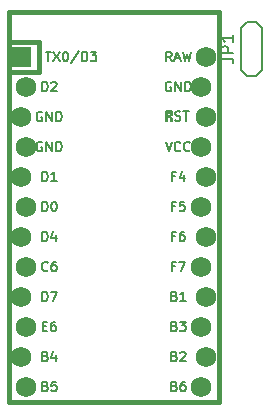
<source format=gbr>
%TF.GenerationSoftware,KiCad,Pcbnew,(6.0.1)*%
%TF.CreationDate,2022-02-20T17:51:40+01:00*%
%TF.ProjectId,3x2-macropad,3378322d-6d61-4637-926f-7061642e6b69,rev?*%
%TF.SameCoordinates,Original*%
%TF.FileFunction,Legend,Top*%
%TF.FilePolarity,Positive*%
%FSLAX46Y46*%
G04 Gerber Fmt 4.6, Leading zero omitted, Abs format (unit mm)*
G04 Created by KiCad (PCBNEW (6.0.1)) date 2022-02-20 17:51:40*
%MOMM*%
%LPD*%
G01*
G04 APERTURE LIST*
%ADD10C,0.150000*%
%ADD11C,0.381000*%
%ADD12R,1.752600X1.752600*%
%ADD13C,1.752600*%
G04 APERTURE END LIST*
D10*
%TO.C,JP1*%
X69452380Y-35783333D02*
X70166666Y-35783333D01*
X70309523Y-35830952D01*
X70404761Y-35926190D01*
X70452380Y-36069047D01*
X70452380Y-36164285D01*
X70452380Y-35307142D02*
X69452380Y-35307142D01*
X69452380Y-34926190D01*
X69500000Y-34830952D01*
X69547619Y-34783333D01*
X69642857Y-34735714D01*
X69785714Y-34735714D01*
X69880952Y-34783333D01*
X69928571Y-34830952D01*
X69976190Y-34926190D01*
X69976190Y-35307142D01*
X70452380Y-33783333D02*
X70452380Y-34354761D01*
X70452380Y-34069047D02*
X69452380Y-34069047D01*
X69595238Y-34164285D01*
X69690476Y-34259523D01*
X69738095Y-34354761D01*
%TO.C,U1*%
X65462190Y-60984607D02*
X65576476Y-61022702D01*
X65614571Y-61060797D01*
X65652666Y-61136988D01*
X65652666Y-61251273D01*
X65614571Y-61327464D01*
X65576476Y-61365559D01*
X65500285Y-61403654D01*
X65195523Y-61403654D01*
X65195523Y-60603654D01*
X65462190Y-60603654D01*
X65538380Y-60641750D01*
X65576476Y-60679845D01*
X65614571Y-60756035D01*
X65614571Y-60832226D01*
X65576476Y-60908416D01*
X65538380Y-60946511D01*
X65462190Y-60984607D01*
X65195523Y-60984607D01*
X65957428Y-60679845D02*
X65995523Y-60641750D01*
X66071714Y-60603654D01*
X66262190Y-60603654D01*
X66338380Y-60641750D01*
X66376476Y-60679845D01*
X66414571Y-60756035D01*
X66414571Y-60832226D01*
X66376476Y-60946511D01*
X65919333Y-61403654D01*
X66414571Y-61403654D01*
X65519333Y-53364607D02*
X65252666Y-53364607D01*
X65252666Y-53783654D02*
X65252666Y-52983654D01*
X65633619Y-52983654D01*
X65862190Y-52983654D02*
X66395523Y-52983654D01*
X66052666Y-53783654D01*
X65519333Y-50824607D02*
X65252666Y-50824607D01*
X65252666Y-51243654D02*
X65252666Y-50443654D01*
X65633619Y-50443654D01*
X66281238Y-50443654D02*
X66128857Y-50443654D01*
X66052666Y-50481750D01*
X66014571Y-50519845D01*
X65938380Y-50634130D01*
X65900285Y-50786511D01*
X65900285Y-51091273D01*
X65938380Y-51167464D01*
X65976476Y-51205559D01*
X66052666Y-51243654D01*
X66205047Y-51243654D01*
X66281238Y-51205559D01*
X66319333Y-51167464D01*
X66357428Y-51091273D01*
X66357428Y-50900797D01*
X66319333Y-50824607D01*
X66281238Y-50786511D01*
X66205047Y-50748416D01*
X66052666Y-50748416D01*
X65976476Y-50786511D01*
X65938380Y-50824607D01*
X65900285Y-50900797D01*
X65519333Y-48284607D02*
X65252666Y-48284607D01*
X65252666Y-48703654D02*
X65252666Y-47903654D01*
X65633619Y-47903654D01*
X66319333Y-47903654D02*
X65938380Y-47903654D01*
X65900285Y-48284607D01*
X65938380Y-48246511D01*
X66014571Y-48208416D01*
X66205047Y-48208416D01*
X66281238Y-48246511D01*
X66319333Y-48284607D01*
X66357428Y-48360797D01*
X66357428Y-48551273D01*
X66319333Y-48627464D01*
X66281238Y-48665559D01*
X66205047Y-48703654D01*
X66014571Y-48703654D01*
X65938380Y-48665559D01*
X65900285Y-48627464D01*
X65233619Y-36003654D02*
X64966952Y-35622702D01*
X64776476Y-36003654D02*
X64776476Y-35203654D01*
X65081238Y-35203654D01*
X65157428Y-35241750D01*
X65195523Y-35279845D01*
X65233619Y-35356035D01*
X65233619Y-35470321D01*
X65195523Y-35546511D01*
X65157428Y-35584607D01*
X65081238Y-35622702D01*
X64776476Y-35622702D01*
X65538380Y-35775083D02*
X65919333Y-35775083D01*
X65462190Y-36003654D02*
X65728857Y-35203654D01*
X65995523Y-36003654D01*
X66186000Y-35203654D02*
X66376476Y-36003654D01*
X66528857Y-35432226D01*
X66681238Y-36003654D01*
X66871714Y-35203654D01*
X65176476Y-37781750D02*
X65100285Y-37743654D01*
X64986000Y-37743654D01*
X64871714Y-37781750D01*
X64795523Y-37857940D01*
X64757428Y-37934130D01*
X64719333Y-38086511D01*
X64719333Y-38200797D01*
X64757428Y-38353178D01*
X64795523Y-38429369D01*
X64871714Y-38505559D01*
X64986000Y-38543654D01*
X65062190Y-38543654D01*
X65176476Y-38505559D01*
X65214571Y-38467464D01*
X65214571Y-38200797D01*
X65062190Y-38200797D01*
X65557428Y-38543654D02*
X65557428Y-37743654D01*
X66014571Y-38543654D01*
X66014571Y-37743654D01*
X66395523Y-38543654D02*
X66395523Y-37743654D01*
X66586000Y-37743654D01*
X66700285Y-37781750D01*
X66776476Y-37857940D01*
X66814571Y-37934130D01*
X66852666Y-38086511D01*
X66852666Y-38200797D01*
X66814571Y-38353178D01*
X66776476Y-38429369D01*
X66700285Y-38505559D01*
X66586000Y-38543654D01*
X66395523Y-38543654D01*
X65524786Y-41015559D02*
X65639072Y-41053654D01*
X65829548Y-41053654D01*
X65905739Y-41015559D01*
X65943834Y-40977464D01*
X65981929Y-40901273D01*
X65981929Y-40825083D01*
X65943834Y-40748892D01*
X65905739Y-40710797D01*
X65829548Y-40672702D01*
X65677167Y-40634607D01*
X65600977Y-40596511D01*
X65562881Y-40558416D01*
X65524786Y-40482226D01*
X65524786Y-40406035D01*
X65562881Y-40329845D01*
X65600977Y-40291750D01*
X65677167Y-40253654D01*
X65867643Y-40253654D01*
X65981929Y-40291750D01*
X66210500Y-40253654D02*
X66667643Y-40253654D01*
X66439072Y-41053654D02*
X66439072Y-40253654D01*
X64719333Y-42823654D02*
X64986000Y-43623654D01*
X65252666Y-42823654D01*
X65976476Y-43547464D02*
X65938380Y-43585559D01*
X65824095Y-43623654D01*
X65747904Y-43623654D01*
X65633619Y-43585559D01*
X65557428Y-43509369D01*
X65519333Y-43433178D01*
X65481238Y-43280797D01*
X65481238Y-43166511D01*
X65519333Y-43014130D01*
X65557428Y-42937940D01*
X65633619Y-42861750D01*
X65747904Y-42823654D01*
X65824095Y-42823654D01*
X65938380Y-42861750D01*
X65976476Y-42899845D01*
X66776476Y-43547464D02*
X66738380Y-43585559D01*
X66624095Y-43623654D01*
X66547904Y-43623654D01*
X66433619Y-43585559D01*
X66357428Y-43509369D01*
X66319333Y-43433178D01*
X66281238Y-43280797D01*
X66281238Y-43166511D01*
X66319333Y-43014130D01*
X66357428Y-42937940D01*
X66433619Y-42861750D01*
X66547904Y-42823654D01*
X66624095Y-42823654D01*
X66738380Y-42861750D01*
X66776476Y-42899845D01*
X65519333Y-45744607D02*
X65252666Y-45744607D01*
X65252666Y-46163654D02*
X65252666Y-45363654D01*
X65633619Y-45363654D01*
X66281238Y-45630321D02*
X66281238Y-46163654D01*
X66090761Y-45325559D02*
X65900285Y-45896988D01*
X66395523Y-45896988D01*
X65462190Y-55904607D02*
X65576476Y-55942702D01*
X65614571Y-55980797D01*
X65652666Y-56056988D01*
X65652666Y-56171273D01*
X65614571Y-56247464D01*
X65576476Y-56285559D01*
X65500285Y-56323654D01*
X65195523Y-56323654D01*
X65195523Y-55523654D01*
X65462190Y-55523654D01*
X65538380Y-55561750D01*
X65576476Y-55599845D01*
X65614571Y-55676035D01*
X65614571Y-55752226D01*
X65576476Y-55828416D01*
X65538380Y-55866511D01*
X65462190Y-55904607D01*
X65195523Y-55904607D01*
X66414571Y-56323654D02*
X65957428Y-56323654D01*
X66186000Y-56323654D02*
X66186000Y-55523654D01*
X66109809Y-55637940D01*
X66033619Y-55714130D01*
X65957428Y-55752226D01*
X65462190Y-58444607D02*
X65576476Y-58482702D01*
X65614571Y-58520797D01*
X65652666Y-58596988D01*
X65652666Y-58711273D01*
X65614571Y-58787464D01*
X65576476Y-58825559D01*
X65500285Y-58863654D01*
X65195523Y-58863654D01*
X65195523Y-58063654D01*
X65462190Y-58063654D01*
X65538380Y-58101750D01*
X65576476Y-58139845D01*
X65614571Y-58216035D01*
X65614571Y-58292226D01*
X65576476Y-58368416D01*
X65538380Y-58406511D01*
X65462190Y-58444607D01*
X65195523Y-58444607D01*
X65919333Y-58063654D02*
X66414571Y-58063654D01*
X66147904Y-58368416D01*
X66262190Y-58368416D01*
X66338380Y-58406511D01*
X66376476Y-58444607D01*
X66414571Y-58520797D01*
X66414571Y-58711273D01*
X66376476Y-58787464D01*
X66338380Y-58825559D01*
X66262190Y-58863654D01*
X66033619Y-58863654D01*
X65957428Y-58825559D01*
X65919333Y-58787464D01*
X65462190Y-63524607D02*
X65576476Y-63562702D01*
X65614571Y-63600797D01*
X65652666Y-63676988D01*
X65652666Y-63791273D01*
X65614571Y-63867464D01*
X65576476Y-63905559D01*
X65500285Y-63943654D01*
X65195523Y-63943654D01*
X65195523Y-63143654D01*
X65462190Y-63143654D01*
X65538380Y-63181750D01*
X65576476Y-63219845D01*
X65614571Y-63296035D01*
X65614571Y-63372226D01*
X65576476Y-63448416D01*
X65538380Y-63486511D01*
X65462190Y-63524607D01*
X65195523Y-63524607D01*
X66338380Y-63143654D02*
X66186000Y-63143654D01*
X66109809Y-63181750D01*
X66071714Y-63219845D01*
X65995523Y-63334130D01*
X65957428Y-63486511D01*
X65957428Y-63791273D01*
X65995523Y-63867464D01*
X66033619Y-63905559D01*
X66109809Y-63943654D01*
X66262190Y-63943654D01*
X66338380Y-63905559D01*
X66376476Y-63867464D01*
X66414571Y-63791273D01*
X66414571Y-63600797D01*
X66376476Y-63524607D01*
X66338380Y-63486511D01*
X66262190Y-63448416D01*
X66109809Y-63448416D01*
X66033619Y-63486511D01*
X65995523Y-63524607D01*
X65957428Y-63600797D01*
X54540190Y-63524607D02*
X54654476Y-63562702D01*
X54692571Y-63600797D01*
X54730666Y-63676988D01*
X54730666Y-63791273D01*
X54692571Y-63867464D01*
X54654476Y-63905559D01*
X54578285Y-63943654D01*
X54273523Y-63943654D01*
X54273523Y-63143654D01*
X54540190Y-63143654D01*
X54616380Y-63181750D01*
X54654476Y-63219845D01*
X54692571Y-63296035D01*
X54692571Y-63372226D01*
X54654476Y-63448416D01*
X54616380Y-63486511D01*
X54540190Y-63524607D01*
X54273523Y-63524607D01*
X55454476Y-63143654D02*
X55073523Y-63143654D01*
X55035428Y-63524607D01*
X55073523Y-63486511D01*
X55149714Y-63448416D01*
X55340190Y-63448416D01*
X55416380Y-63486511D01*
X55454476Y-63524607D01*
X55492571Y-63600797D01*
X55492571Y-63791273D01*
X55454476Y-63867464D01*
X55416380Y-63905559D01*
X55340190Y-63943654D01*
X55149714Y-63943654D01*
X55073523Y-63905559D01*
X55035428Y-63867464D01*
X54540190Y-60984607D02*
X54654476Y-61022702D01*
X54692571Y-61060797D01*
X54730666Y-61136988D01*
X54730666Y-61251273D01*
X54692571Y-61327464D01*
X54654476Y-61365559D01*
X54578285Y-61403654D01*
X54273523Y-61403654D01*
X54273523Y-60603654D01*
X54540190Y-60603654D01*
X54616380Y-60641750D01*
X54654476Y-60679845D01*
X54692571Y-60756035D01*
X54692571Y-60832226D01*
X54654476Y-60908416D01*
X54616380Y-60946511D01*
X54540190Y-60984607D01*
X54273523Y-60984607D01*
X55416380Y-60870321D02*
X55416380Y-61403654D01*
X55225904Y-60565559D02*
X55035428Y-61136988D01*
X55530666Y-61136988D01*
X54311619Y-58444607D02*
X54578285Y-58444607D01*
X54692571Y-58863654D02*
X54311619Y-58863654D01*
X54311619Y-58063654D01*
X54692571Y-58063654D01*
X55378285Y-58063654D02*
X55225904Y-58063654D01*
X55149714Y-58101750D01*
X55111619Y-58139845D01*
X55035428Y-58254130D01*
X54997333Y-58406511D01*
X54997333Y-58711273D01*
X55035428Y-58787464D01*
X55073523Y-58825559D01*
X55149714Y-58863654D01*
X55302095Y-58863654D01*
X55378285Y-58825559D01*
X55416380Y-58787464D01*
X55454476Y-58711273D01*
X55454476Y-58520797D01*
X55416380Y-58444607D01*
X55378285Y-58406511D01*
X55302095Y-58368416D01*
X55149714Y-58368416D01*
X55073523Y-58406511D01*
X55035428Y-58444607D01*
X54997333Y-58520797D01*
X54273523Y-56323654D02*
X54273523Y-55523654D01*
X54464000Y-55523654D01*
X54578285Y-55561750D01*
X54654476Y-55637940D01*
X54692571Y-55714130D01*
X54730666Y-55866511D01*
X54730666Y-55980797D01*
X54692571Y-56133178D01*
X54654476Y-56209369D01*
X54578285Y-56285559D01*
X54464000Y-56323654D01*
X54273523Y-56323654D01*
X54997333Y-55523654D02*
X55530666Y-55523654D01*
X55187809Y-56323654D01*
X54730666Y-53707464D02*
X54692571Y-53745559D01*
X54578285Y-53783654D01*
X54502095Y-53783654D01*
X54387809Y-53745559D01*
X54311619Y-53669369D01*
X54273523Y-53593178D01*
X54235428Y-53440797D01*
X54235428Y-53326511D01*
X54273523Y-53174130D01*
X54311619Y-53097940D01*
X54387809Y-53021750D01*
X54502095Y-52983654D01*
X54578285Y-52983654D01*
X54692571Y-53021750D01*
X54730666Y-53059845D01*
X55416380Y-52983654D02*
X55264000Y-52983654D01*
X55187809Y-53021750D01*
X55149714Y-53059845D01*
X55073523Y-53174130D01*
X55035428Y-53326511D01*
X55035428Y-53631273D01*
X55073523Y-53707464D01*
X55111619Y-53745559D01*
X55187809Y-53783654D01*
X55340190Y-53783654D01*
X55416380Y-53745559D01*
X55454476Y-53707464D01*
X55492571Y-53631273D01*
X55492571Y-53440797D01*
X55454476Y-53364607D01*
X55416380Y-53326511D01*
X55340190Y-53288416D01*
X55187809Y-53288416D01*
X55111619Y-53326511D01*
X55073523Y-53364607D01*
X55035428Y-53440797D01*
X54273523Y-51243654D02*
X54273523Y-50443654D01*
X54464000Y-50443654D01*
X54578285Y-50481750D01*
X54654476Y-50557940D01*
X54692571Y-50634130D01*
X54730666Y-50786511D01*
X54730666Y-50900797D01*
X54692571Y-51053178D01*
X54654476Y-51129369D01*
X54578285Y-51205559D01*
X54464000Y-51243654D01*
X54273523Y-51243654D01*
X55416380Y-50710321D02*
X55416380Y-51243654D01*
X55225904Y-50405559D02*
X55035428Y-50976988D01*
X55530666Y-50976988D01*
X54254476Y-40321750D02*
X54178285Y-40283654D01*
X54064000Y-40283654D01*
X53949714Y-40321750D01*
X53873523Y-40397940D01*
X53835428Y-40474130D01*
X53797333Y-40626511D01*
X53797333Y-40740797D01*
X53835428Y-40893178D01*
X53873523Y-40969369D01*
X53949714Y-41045559D01*
X54064000Y-41083654D01*
X54140190Y-41083654D01*
X54254476Y-41045559D01*
X54292571Y-41007464D01*
X54292571Y-40740797D01*
X54140190Y-40740797D01*
X54635428Y-41083654D02*
X54635428Y-40283654D01*
X55092571Y-41083654D01*
X55092571Y-40283654D01*
X55473523Y-41083654D02*
X55473523Y-40283654D01*
X55664000Y-40283654D01*
X55778285Y-40321750D01*
X55854476Y-40397940D01*
X55892571Y-40474130D01*
X55930666Y-40626511D01*
X55930666Y-40740797D01*
X55892571Y-40893178D01*
X55854476Y-40969369D01*
X55778285Y-41045559D01*
X55664000Y-41083654D01*
X55473523Y-41083654D01*
X54254476Y-42861750D02*
X54178285Y-42823654D01*
X54064000Y-42823654D01*
X53949714Y-42861750D01*
X53873523Y-42937940D01*
X53835428Y-43014130D01*
X53797333Y-43166511D01*
X53797333Y-43280797D01*
X53835428Y-43433178D01*
X53873523Y-43509369D01*
X53949714Y-43585559D01*
X54064000Y-43623654D01*
X54140190Y-43623654D01*
X54254476Y-43585559D01*
X54292571Y-43547464D01*
X54292571Y-43280797D01*
X54140190Y-43280797D01*
X54635428Y-43623654D02*
X54635428Y-42823654D01*
X55092571Y-43623654D01*
X55092571Y-42823654D01*
X55473523Y-43623654D02*
X55473523Y-42823654D01*
X55664000Y-42823654D01*
X55778285Y-42861750D01*
X55854476Y-42937940D01*
X55892571Y-43014130D01*
X55930666Y-43166511D01*
X55930666Y-43280797D01*
X55892571Y-43433178D01*
X55854476Y-43509369D01*
X55778285Y-43585559D01*
X55664000Y-43623654D01*
X55473523Y-43623654D01*
X54273523Y-46163654D02*
X54273523Y-45363654D01*
X54464000Y-45363654D01*
X54578285Y-45401750D01*
X54654476Y-45477940D01*
X54692571Y-45554130D01*
X54730666Y-45706511D01*
X54730666Y-45820797D01*
X54692571Y-45973178D01*
X54654476Y-46049369D01*
X54578285Y-46125559D01*
X54464000Y-46163654D01*
X54273523Y-46163654D01*
X55492571Y-46163654D02*
X55035428Y-46163654D01*
X55264000Y-46163654D02*
X55264000Y-45363654D01*
X55187809Y-45477940D01*
X55111619Y-45554130D01*
X55035428Y-45592226D01*
X54273523Y-48703654D02*
X54273523Y-47903654D01*
X54464000Y-47903654D01*
X54578285Y-47941750D01*
X54654476Y-48017940D01*
X54692571Y-48094130D01*
X54730666Y-48246511D01*
X54730666Y-48360797D01*
X54692571Y-48513178D01*
X54654476Y-48589369D01*
X54578285Y-48665559D01*
X54464000Y-48703654D01*
X54273523Y-48703654D01*
X55225904Y-47903654D02*
X55302095Y-47903654D01*
X55378285Y-47941750D01*
X55416380Y-47979845D01*
X55454476Y-48056035D01*
X55492571Y-48208416D01*
X55492571Y-48398892D01*
X55454476Y-48551273D01*
X55416380Y-48627464D01*
X55378285Y-48665559D01*
X55302095Y-48703654D01*
X55225904Y-48703654D01*
X55149714Y-48665559D01*
X55111619Y-48627464D01*
X55073523Y-48551273D01*
X55035428Y-48398892D01*
X55035428Y-48208416D01*
X55073523Y-48056035D01*
X55111619Y-47979845D01*
X55149714Y-47941750D01*
X55225904Y-47903654D01*
X54273523Y-38543654D02*
X54273523Y-37743654D01*
X54464000Y-37743654D01*
X54578285Y-37781750D01*
X54654476Y-37857940D01*
X54692571Y-37934130D01*
X54730666Y-38086511D01*
X54730666Y-38200797D01*
X54692571Y-38353178D01*
X54654476Y-38429369D01*
X54578285Y-38505559D01*
X54464000Y-38543654D01*
X54273523Y-38543654D01*
X55035428Y-37819845D02*
X55073523Y-37781750D01*
X55149714Y-37743654D01*
X55340190Y-37743654D01*
X55416380Y-37781750D01*
X55454476Y-37819845D01*
X55492571Y-37896035D01*
X55492571Y-37972226D01*
X55454476Y-38086511D01*
X54997333Y-38543654D01*
X55492571Y-38543654D01*
X54562651Y-35203654D02*
X55019794Y-35203654D01*
X54791223Y-36003654D02*
X54791223Y-35203654D01*
X55210270Y-35203654D02*
X55743604Y-36003654D01*
X55743604Y-35203654D02*
X55210270Y-36003654D01*
X56200747Y-35203654D02*
X56276937Y-35203654D01*
X56353128Y-35241750D01*
X56391223Y-35279845D01*
X56429318Y-35356035D01*
X56467413Y-35508416D01*
X56467413Y-35698892D01*
X56429318Y-35851273D01*
X56391223Y-35927464D01*
X56353128Y-35965559D01*
X56276937Y-36003654D01*
X56200747Y-36003654D01*
X56124556Y-35965559D01*
X56086461Y-35927464D01*
X56048366Y-35851273D01*
X56010270Y-35698892D01*
X56010270Y-35508416D01*
X56048366Y-35356035D01*
X56086461Y-35279845D01*
X56124556Y-35241750D01*
X56200747Y-35203654D01*
X57381699Y-35165559D02*
X56695985Y-36194130D01*
X57648366Y-36003654D02*
X57648366Y-35203654D01*
X57838842Y-35203654D01*
X57953128Y-35241750D01*
X58029318Y-35317940D01*
X58067413Y-35394130D01*
X58105508Y-35546511D01*
X58105508Y-35660797D01*
X58067413Y-35813178D01*
X58029318Y-35889369D01*
X57953128Y-35965559D01*
X57838842Y-36003654D01*
X57648366Y-36003654D01*
X58372175Y-35203654D02*
X58867413Y-35203654D01*
X58600747Y-35508416D01*
X58715032Y-35508416D01*
X58791223Y-35546511D01*
X58829318Y-35584607D01*
X58867413Y-35660797D01*
X58867413Y-35851273D01*
X58829318Y-35927464D01*
X58791223Y-35965559D01*
X58715032Y-36003654D01*
X58486461Y-36003654D01*
X58410270Y-35965559D01*
X58372175Y-35927464D01*
%TO.C,JP1*%
X71600000Y-37280000D02*
X71100000Y-36780000D01*
X72400000Y-32680000D02*
X72900000Y-33180000D01*
X71100000Y-33180000D02*
X71600000Y-32680000D01*
X71100000Y-36780000D02*
X71100000Y-33180000D01*
X72900000Y-36780000D02*
X72400000Y-37280000D01*
X72400000Y-37280000D02*
X71600000Y-37280000D01*
X71600000Y-32680000D02*
X72400000Y-32680000D01*
X72900000Y-33180000D02*
X72900000Y-36780000D01*
D11*
%TO.C,U1*%
X51435000Y-34371750D02*
X51435000Y-64851750D01*
X51435000Y-64851750D02*
X69215000Y-64851750D01*
X69215000Y-64851750D02*
X69215000Y-34371750D01*
X53975000Y-34371750D02*
X53975000Y-36911750D01*
X53975000Y-36911750D02*
X51435000Y-36911750D01*
D10*
X65256568Y-40251110D02*
X65256568Y-40551110D01*
X65256568Y-40551110D02*
X65156568Y-40551110D01*
X65156568Y-40551110D02*
X65156568Y-40251110D01*
X65156568Y-40251110D02*
X65256568Y-40251110D01*
G36*
X65256568Y-40551110D02*
G01*
X65156568Y-40551110D01*
X65156568Y-40251110D01*
X65256568Y-40251110D01*
X65256568Y-40551110D01*
G37*
X65256568Y-40551110D02*
X65156568Y-40551110D01*
X65156568Y-40251110D01*
X65256568Y-40251110D01*
X65256568Y-40551110D01*
X65056568Y-40651110D02*
X65056568Y-40751110D01*
X65056568Y-40751110D02*
X64956568Y-40751110D01*
X64956568Y-40751110D02*
X64956568Y-40651110D01*
X64956568Y-40651110D02*
X65056568Y-40651110D01*
G36*
X65056568Y-40751110D02*
G01*
X64956568Y-40751110D01*
X64956568Y-40651110D01*
X65056568Y-40651110D01*
X65056568Y-40751110D01*
G37*
X65056568Y-40751110D02*
X64956568Y-40751110D01*
X64956568Y-40651110D01*
X65056568Y-40651110D01*
X65056568Y-40751110D01*
X65256568Y-40251110D02*
X65256568Y-40351110D01*
X65256568Y-40351110D02*
X64756568Y-40351110D01*
X64756568Y-40351110D02*
X64756568Y-40251110D01*
X64756568Y-40251110D02*
X65256568Y-40251110D01*
G36*
X65256568Y-40351110D02*
G01*
X64756568Y-40351110D01*
X64756568Y-40251110D01*
X65256568Y-40251110D01*
X65256568Y-40351110D01*
G37*
X65256568Y-40351110D02*
X64756568Y-40351110D01*
X64756568Y-40251110D01*
X65256568Y-40251110D01*
X65256568Y-40351110D01*
X64856568Y-40251110D02*
X64856568Y-41051110D01*
X64856568Y-41051110D02*
X64756568Y-41051110D01*
X64756568Y-41051110D02*
X64756568Y-40251110D01*
X64756568Y-40251110D02*
X64856568Y-40251110D01*
G36*
X64856568Y-41051110D02*
G01*
X64756568Y-41051110D01*
X64756568Y-40251110D01*
X64856568Y-40251110D01*
X64856568Y-41051110D01*
G37*
X64856568Y-41051110D02*
X64756568Y-41051110D01*
X64756568Y-40251110D01*
X64856568Y-40251110D01*
X64856568Y-41051110D01*
X65256568Y-40851110D02*
X65256568Y-41051110D01*
X65256568Y-41051110D02*
X65156568Y-41051110D01*
X65156568Y-41051110D02*
X65156568Y-40851110D01*
X65156568Y-40851110D02*
X65256568Y-40851110D01*
G36*
X65256568Y-41051110D02*
G01*
X65156568Y-41051110D01*
X65156568Y-40851110D01*
X65256568Y-40851110D01*
X65256568Y-41051110D01*
G37*
X65256568Y-41051110D02*
X65156568Y-41051110D01*
X65156568Y-40851110D01*
X65256568Y-40851110D01*
X65256568Y-41051110D01*
D11*
X69215000Y-34371750D02*
X69215000Y-31831750D01*
X69215000Y-31831750D02*
X51435000Y-31831750D01*
X51435000Y-31831750D02*
X51435000Y-34371750D01*
X53975000Y-34371750D02*
X51435000Y-34371750D01*
%TD*%
D12*
%TO.C,U1*%
X52476400Y-35641750D03*
D13*
X52933600Y-38181750D03*
X52476400Y-40721750D03*
X52933600Y-43261750D03*
X52476400Y-45801750D03*
X52933600Y-48341750D03*
X52476400Y-50881750D03*
X52933600Y-53421750D03*
X52476400Y-55961750D03*
X52933600Y-58501750D03*
X52476400Y-61041750D03*
X67716400Y-63581750D03*
X68173600Y-61041750D03*
X67716400Y-58501750D03*
X68173600Y-55961750D03*
X67716400Y-53421750D03*
X68173600Y-50881750D03*
X67716400Y-48341750D03*
X68173600Y-45801750D03*
X67716400Y-43261750D03*
X68173600Y-40721750D03*
X67716400Y-38181750D03*
X52933600Y-63581750D03*
X68173600Y-35641750D03*
%TD*%
M02*

</source>
